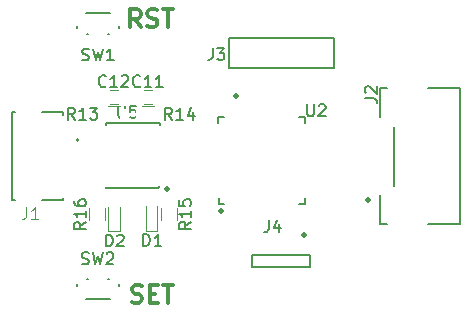
<source format=gto>
G04 #@! TF.GenerationSoftware,KiCad,Pcbnew,(5.1.10)-1*
G04 #@! TF.CreationDate,2021-11-16T23:48:59-08:00*
G04 #@! TF.ProjectId,DigitalFadingLED,44696769-7461-46c4-9661-64696e674c45,rev?*
G04 #@! TF.SameCoordinates,Original*
G04 #@! TF.FileFunction,Legend,Top*
G04 #@! TF.FilePolarity,Positive*
%FSLAX46Y46*%
G04 Gerber Fmt 4.6, Leading zero omitted, Abs format (unit mm)*
G04 Created by KiCad (PCBNEW (5.1.10)-1) date 2021-11-16 23:48:59*
%MOMM*%
%LPD*%
G01*
G04 APERTURE LIST*
%ADD10C,0.300000*%
%ADD11C,0.500000*%
%ADD12C,0.150000*%
%ADD13C,0.120000*%
%ADD14C,0.200000*%
%ADD15C,0.127000*%
%ADD16C,0.121920*%
%ADD17C,0.000100*%
%ADD18R,2.799999X2.100000*%
%ADD19R,1.900000X0.600000*%
%ADD20C,1.000000*%
%ADD21R,1.000000X1.000000*%
%ADD22C,0.100000*%
%ADD23C,0.800000*%
%ADD24R,0.700000X1.100000*%
%ADD25R,1.400000X1.100000*%
%ADD26C,4.399999*%
%ADD27R,0.800000X0.750000*%
%ADD28R,0.800000X0.800000*%
%ADD29O,1.550000X0.775000*%
%ADD30R,1.550000X1.500000*%
%ADD31O,0.650000X1.300000*%
%ADD32R,1.350000X0.400000*%
%ADD33R,0.500000X0.900000*%
%ADD34R,0.900000X0.500000*%
%ADD35R,1.200000X0.500000*%
%ADD36R,0.500000X1.200000*%
%ADD37R,1.500000X0.450000*%
G04 APERTURE END LIST*
D10*
X61059428Y-65046942D02*
X61273714Y-65118371D01*
X61630857Y-65118371D01*
X61773714Y-65046942D01*
X61845142Y-64975514D01*
X61916571Y-64832657D01*
X61916571Y-64689800D01*
X61845142Y-64546942D01*
X61773714Y-64475514D01*
X61630857Y-64404085D01*
X61345142Y-64332657D01*
X61202285Y-64261228D01*
X61130857Y-64189800D01*
X61059428Y-64046942D01*
X61059428Y-63904085D01*
X61130857Y-63761228D01*
X61202285Y-63689800D01*
X61345142Y-63618371D01*
X61702285Y-63618371D01*
X61916571Y-63689800D01*
X62559428Y-64332657D02*
X63059428Y-64332657D01*
X63273714Y-65118371D02*
X62559428Y-65118371D01*
X62559428Y-63618371D01*
X63273714Y-63618371D01*
X63702285Y-63618371D02*
X64559428Y-63618371D01*
X64130857Y-65118371D02*
X64130857Y-63618371D01*
X61802271Y-41763071D02*
X61302271Y-41048785D01*
X60945128Y-41763071D02*
X60945128Y-40263071D01*
X61516557Y-40263071D01*
X61659414Y-40334500D01*
X61730842Y-40405928D01*
X61802271Y-40548785D01*
X61802271Y-40763071D01*
X61730842Y-40905928D01*
X61659414Y-40977357D01*
X61516557Y-41048785D01*
X60945128Y-41048785D01*
X62373700Y-41691642D02*
X62587985Y-41763071D01*
X62945128Y-41763071D01*
X63087985Y-41691642D01*
X63159414Y-41620214D01*
X63230842Y-41477357D01*
X63230842Y-41334500D01*
X63159414Y-41191642D01*
X63087985Y-41120214D01*
X62945128Y-41048785D01*
X62659414Y-40977357D01*
X62516557Y-40905928D01*
X62445128Y-40834500D01*
X62373700Y-40691642D01*
X62373700Y-40548785D01*
X62445128Y-40405928D01*
X62516557Y-40334500D01*
X62659414Y-40263071D01*
X63016557Y-40263071D01*
X63230842Y-40334500D01*
X63659414Y-40263071D02*
X64516557Y-40263071D01*
X64087985Y-41763071D02*
X64087985Y-40263071D01*
D11*
X81089600Y-56399000D02*
G75*
G03*
X81089600Y-56399000I0J0D01*
G01*
D12*
X88839600Y-58449000D02*
X86139600Y-58449000D01*
X88839600Y-46949000D02*
X88839600Y-58449000D01*
X86139600Y-46949000D02*
X88839600Y-46949000D01*
X82089600Y-46949000D02*
X82639600Y-46949000D01*
X82089600Y-49399000D02*
X82089600Y-46949000D01*
X83239600Y-55199000D02*
X83239600Y-50199000D01*
X82089600Y-58449000D02*
X82089600Y-55999000D01*
X82639600Y-58449000D02*
X82089600Y-58449000D01*
X76154280Y-61092080D02*
X76154280Y-62113160D01*
X71254620Y-61092080D02*
X76154280Y-61092080D01*
X71254620Y-62113160D02*
X71254620Y-61092080D01*
X76154280Y-62113160D02*
X71254620Y-62113160D01*
D11*
X75603100Y-59354720D02*
G75*
G03*
X75603100Y-59354720I0J0D01*
G01*
D12*
X59957100Y-41682300D02*
X59957100Y-41872300D01*
X56457100Y-41682300D02*
X56457100Y-41872300D01*
X59047100Y-42332300D02*
X59107100Y-42332300D01*
X57277100Y-42332300D02*
X57337100Y-42332300D01*
X57207100Y-40582300D02*
X59227100Y-40582300D01*
X56454100Y-63727700D02*
X56454100Y-63537700D01*
X59954100Y-63727700D02*
X59954100Y-63537700D01*
X57364100Y-63077700D02*
X57304100Y-63077700D01*
X59134100Y-63077700D02*
X59074100Y-63077700D01*
X59204100Y-64827700D02*
X57184100Y-64827700D01*
D13*
X62083200Y-47088500D02*
X62783200Y-47088500D01*
X62783200Y-48288500D02*
X62083200Y-48288500D01*
X59886900Y-48288500D02*
X59186900Y-48288500D01*
X59186900Y-47088500D02*
X59886900Y-47088500D01*
X62225300Y-59046800D02*
X63225300Y-59046800D01*
X63225300Y-59046800D02*
X63225300Y-56946800D01*
X62225300Y-59046800D02*
X62225300Y-56946800D01*
X59063000Y-59072200D02*
X59063000Y-56972200D01*
X60063000Y-59072200D02*
X60063000Y-56972200D01*
X59063000Y-59072200D02*
X60063000Y-59072200D01*
D14*
X56562100Y-51355000D02*
G75*
G03*
X56562100Y-51355000I-100000J0D01*
G01*
D15*
X50912100Y-49005000D02*
X50912100Y-56405000D01*
X51182100Y-56405000D02*
X50912100Y-56405000D01*
X50912100Y-49005000D02*
X51182100Y-49005000D01*
X55212100Y-56405000D02*
X55212100Y-56225000D01*
X55212100Y-49005000D02*
X55212100Y-49185000D01*
X55212100Y-56405000D02*
X53457100Y-56405000D01*
X55212100Y-49005000D02*
X53457100Y-49005000D01*
D13*
X59049600Y-48469000D02*
X60049600Y-48469000D01*
X60049600Y-49829000D02*
X59049600Y-49829000D01*
X61933900Y-48481700D02*
X62933900Y-48481700D01*
X62933900Y-49841700D02*
X61933900Y-49841700D01*
X63505800Y-58068400D02*
X63505800Y-57068400D01*
X64865800Y-57068400D02*
X64865800Y-58068400D01*
X58757100Y-57069100D02*
X58757100Y-58069100D01*
X57397100Y-58069100D02*
X57397100Y-57069100D01*
D12*
X68413100Y-56245100D02*
X68413100Y-56725100D01*
X68413100Y-56725100D02*
X68883100Y-56725100D01*
D11*
X68623100Y-57315100D02*
G75*
G03*
X68623100Y-57315100I0J0D01*
G01*
D12*
X68873100Y-49405100D02*
X68383100Y-49405100D01*
X68383100Y-49405100D02*
X68383100Y-49875100D01*
X75693100Y-49885100D02*
X75693100Y-49395100D01*
X75693100Y-49395100D02*
X75223100Y-49395100D01*
X75733100Y-56725100D02*
X75733100Y-56255100D01*
X75243100Y-56725100D02*
X75733100Y-56725100D01*
X63408800Y-49894800D02*
X58908800Y-49894800D01*
X63258800Y-55394800D02*
X58908800Y-55394800D01*
D11*
X64058800Y-55494800D02*
G75*
G03*
X64058800Y-55494800I0J0D01*
G01*
D12*
X63258800Y-55394800D02*
X63408800Y-55244800D01*
X63408800Y-50044800D02*
X63408800Y-49894800D01*
X58908800Y-50044800D02*
X58908800Y-49894800D01*
X58908800Y-55294800D02*
X58908800Y-55394800D01*
D11*
X69888100Y-47609760D02*
G75*
G03*
X69888100Y-47609760I0J0D01*
G01*
D12*
X69253100Y-42672000D02*
X69253100Y-45212000D01*
X78143100Y-42672000D02*
X69253100Y-42672000D01*
X78143100Y-45212000D02*
X78143100Y-42672000D01*
X69253100Y-45212000D02*
X78143100Y-45212000D01*
X80791980Y-47782333D02*
X81506266Y-47782333D01*
X81649123Y-47829952D01*
X81744361Y-47925190D01*
X81791980Y-48068047D01*
X81791980Y-48163285D01*
X80887219Y-47353761D02*
X80839600Y-47306142D01*
X80791980Y-47210904D01*
X80791980Y-46972809D01*
X80839600Y-46877571D01*
X80887219Y-46829952D01*
X80982457Y-46782333D01*
X81077695Y-46782333D01*
X81220552Y-46829952D01*
X81791980Y-47401380D01*
X81791980Y-46782333D01*
X72653566Y-58139080D02*
X72653566Y-58853366D01*
X72605947Y-58996223D01*
X72510709Y-59091461D01*
X72367852Y-59139080D01*
X72272614Y-59139080D01*
X73558328Y-58472414D02*
X73558328Y-59139080D01*
X73320233Y-58091461D02*
X73082138Y-58805747D01*
X73701185Y-58805747D01*
X56858066Y-44549961D02*
X57000923Y-44597580D01*
X57239019Y-44597580D01*
X57334257Y-44549961D01*
X57381876Y-44502342D01*
X57429495Y-44407104D01*
X57429495Y-44311866D01*
X57381876Y-44216628D01*
X57334257Y-44169009D01*
X57239019Y-44121390D01*
X57048542Y-44073771D01*
X56953304Y-44026152D01*
X56905685Y-43978533D01*
X56858066Y-43883295D01*
X56858066Y-43788057D01*
X56905685Y-43692819D01*
X56953304Y-43645200D01*
X57048542Y-43597580D01*
X57286638Y-43597580D01*
X57429495Y-43645200D01*
X57762828Y-43597580D02*
X58000923Y-44597580D01*
X58191400Y-43883295D01*
X58381876Y-44597580D01*
X58619971Y-43597580D01*
X59524733Y-44597580D02*
X58953304Y-44597580D01*
X59239019Y-44597580D02*
X59239019Y-43597580D01*
X59143780Y-43740438D01*
X59048542Y-43835676D01*
X58953304Y-43883295D01*
X56832666Y-61809261D02*
X56975523Y-61856880D01*
X57213619Y-61856880D01*
X57308857Y-61809261D01*
X57356476Y-61761642D01*
X57404095Y-61666404D01*
X57404095Y-61571166D01*
X57356476Y-61475928D01*
X57308857Y-61428309D01*
X57213619Y-61380690D01*
X57023142Y-61333071D01*
X56927904Y-61285452D01*
X56880285Y-61237833D01*
X56832666Y-61142595D01*
X56832666Y-61047357D01*
X56880285Y-60952119D01*
X56927904Y-60904500D01*
X57023142Y-60856880D01*
X57261238Y-60856880D01*
X57404095Y-60904500D01*
X57737428Y-60856880D02*
X57975523Y-61856880D01*
X58166000Y-61142595D01*
X58356476Y-61856880D01*
X58594571Y-60856880D01*
X58927904Y-60952119D02*
X58975523Y-60904500D01*
X59070761Y-60856880D01*
X59308857Y-60856880D01*
X59404095Y-60904500D01*
X59451714Y-60952119D01*
X59499333Y-61047357D01*
X59499333Y-61142595D01*
X59451714Y-61285452D01*
X58880285Y-61856880D01*
X59499333Y-61856880D01*
X61764942Y-46762942D02*
X61717323Y-46810561D01*
X61574466Y-46858180D01*
X61479228Y-46858180D01*
X61336371Y-46810561D01*
X61241133Y-46715323D01*
X61193514Y-46620085D01*
X61145895Y-46429609D01*
X61145895Y-46286752D01*
X61193514Y-46096276D01*
X61241133Y-46001038D01*
X61336371Y-45905800D01*
X61479228Y-45858180D01*
X61574466Y-45858180D01*
X61717323Y-45905800D01*
X61764942Y-45953419D01*
X62717323Y-46858180D02*
X62145895Y-46858180D01*
X62431609Y-46858180D02*
X62431609Y-45858180D01*
X62336371Y-46001038D01*
X62241133Y-46096276D01*
X62145895Y-46143895D01*
X63669704Y-46858180D02*
X63098276Y-46858180D01*
X63383990Y-46858180D02*
X63383990Y-45858180D01*
X63288752Y-46001038D01*
X63193514Y-46096276D01*
X63098276Y-46143895D01*
X58869342Y-46762942D02*
X58821723Y-46810561D01*
X58678866Y-46858180D01*
X58583628Y-46858180D01*
X58440771Y-46810561D01*
X58345533Y-46715323D01*
X58297914Y-46620085D01*
X58250295Y-46429609D01*
X58250295Y-46286752D01*
X58297914Y-46096276D01*
X58345533Y-46001038D01*
X58440771Y-45905800D01*
X58583628Y-45858180D01*
X58678866Y-45858180D01*
X58821723Y-45905800D01*
X58869342Y-45953419D01*
X59821723Y-46858180D02*
X59250295Y-46858180D01*
X59536009Y-46858180D02*
X59536009Y-45858180D01*
X59440771Y-46001038D01*
X59345533Y-46096276D01*
X59250295Y-46143895D01*
X60202676Y-45953419D02*
X60250295Y-45905800D01*
X60345533Y-45858180D01*
X60583628Y-45858180D01*
X60678866Y-45905800D01*
X60726485Y-45953419D01*
X60774104Y-46048657D01*
X60774104Y-46143895D01*
X60726485Y-46286752D01*
X60155057Y-46858180D01*
X60774104Y-46858180D01*
X62025304Y-60307480D02*
X62025304Y-59307480D01*
X62263400Y-59307480D01*
X62406257Y-59355100D01*
X62501495Y-59450338D01*
X62549114Y-59545576D01*
X62596733Y-59736052D01*
X62596733Y-59878909D01*
X62549114Y-60069385D01*
X62501495Y-60164623D01*
X62406257Y-60259861D01*
X62263400Y-60307480D01*
X62025304Y-60307480D01*
X63549114Y-60307480D02*
X62977685Y-60307480D01*
X63263400Y-60307480D02*
X63263400Y-59307480D01*
X63168161Y-59450338D01*
X63072923Y-59545576D01*
X62977685Y-59593195D01*
X58850304Y-60345580D02*
X58850304Y-59345580D01*
X59088400Y-59345580D01*
X59231257Y-59393200D01*
X59326495Y-59488438D01*
X59374114Y-59583676D01*
X59421733Y-59774152D01*
X59421733Y-59917009D01*
X59374114Y-60107485D01*
X59326495Y-60202723D01*
X59231257Y-60297961D01*
X59088400Y-60345580D01*
X58850304Y-60345580D01*
X59802685Y-59440819D02*
X59850304Y-59393200D01*
X59945542Y-59345580D01*
X60183638Y-59345580D01*
X60278876Y-59393200D01*
X60326495Y-59440819D01*
X60374114Y-59536057D01*
X60374114Y-59631295D01*
X60326495Y-59774152D01*
X59755066Y-60345580D01*
X60374114Y-60345580D01*
D16*
X52117349Y-57020959D02*
X52117349Y-57735925D01*
X52069684Y-57878918D01*
X51974355Y-57974247D01*
X51831362Y-58021912D01*
X51736033Y-58021912D01*
X53118302Y-58021912D02*
X52546328Y-58021912D01*
X52832315Y-58021912D02*
X52832315Y-57020959D01*
X52736986Y-57163952D01*
X52641657Y-57259281D01*
X52546328Y-57306945D01*
D12*
X56240442Y-49601380D02*
X55907109Y-49125190D01*
X55669014Y-49601380D02*
X55669014Y-48601380D01*
X56049966Y-48601380D01*
X56145204Y-48649000D01*
X56192823Y-48696619D01*
X56240442Y-48791857D01*
X56240442Y-48934714D01*
X56192823Y-49029952D01*
X56145204Y-49077571D01*
X56049966Y-49125190D01*
X55669014Y-49125190D01*
X57192823Y-49601380D02*
X56621395Y-49601380D01*
X56907109Y-49601380D02*
X56907109Y-48601380D01*
X56811871Y-48744238D01*
X56716633Y-48839476D01*
X56621395Y-48887095D01*
X57526157Y-48601380D02*
X58145204Y-48601380D01*
X57811871Y-48982333D01*
X57954728Y-48982333D01*
X58049966Y-49029952D01*
X58097585Y-49077571D01*
X58145204Y-49172809D01*
X58145204Y-49410904D01*
X58097585Y-49506142D01*
X58049966Y-49553761D01*
X57954728Y-49601380D01*
X57669014Y-49601380D01*
X57573776Y-49553761D01*
X57526157Y-49506142D01*
X64457342Y-49626780D02*
X64124009Y-49150590D01*
X63885914Y-49626780D02*
X63885914Y-48626780D01*
X64266866Y-48626780D01*
X64362104Y-48674400D01*
X64409723Y-48722019D01*
X64457342Y-48817257D01*
X64457342Y-48960114D01*
X64409723Y-49055352D01*
X64362104Y-49102971D01*
X64266866Y-49150590D01*
X63885914Y-49150590D01*
X65409723Y-49626780D02*
X64838295Y-49626780D01*
X65124009Y-49626780D02*
X65124009Y-48626780D01*
X65028771Y-48769638D01*
X64933533Y-48864876D01*
X64838295Y-48912495D01*
X66266866Y-48960114D02*
X66266866Y-49626780D01*
X66028771Y-48579161D02*
X65790676Y-49293447D01*
X66409723Y-49293447D01*
X66047880Y-58262757D02*
X65571690Y-58596090D01*
X66047880Y-58834185D02*
X65047880Y-58834185D01*
X65047880Y-58453233D01*
X65095500Y-58357995D01*
X65143119Y-58310376D01*
X65238357Y-58262757D01*
X65381214Y-58262757D01*
X65476452Y-58310376D01*
X65524071Y-58357995D01*
X65571690Y-58453233D01*
X65571690Y-58834185D01*
X66047880Y-57310376D02*
X66047880Y-57881804D01*
X66047880Y-57596090D02*
X65047880Y-57596090D01*
X65190738Y-57691328D01*
X65285976Y-57786566D01*
X65333595Y-57881804D01*
X65047880Y-56405614D02*
X65047880Y-56881804D01*
X65524071Y-56929423D01*
X65476452Y-56881804D01*
X65428833Y-56786566D01*
X65428833Y-56548471D01*
X65476452Y-56453233D01*
X65524071Y-56405614D01*
X65619309Y-56357995D01*
X65857404Y-56357995D01*
X65952642Y-56405614D01*
X66000261Y-56453233D01*
X66047880Y-56548471D01*
X66047880Y-56786566D01*
X66000261Y-56881804D01*
X65952642Y-56929423D01*
X57157880Y-58275457D02*
X56681690Y-58608790D01*
X57157880Y-58846885D02*
X56157880Y-58846885D01*
X56157880Y-58465933D01*
X56205500Y-58370695D01*
X56253119Y-58323076D01*
X56348357Y-58275457D01*
X56491214Y-58275457D01*
X56586452Y-58323076D01*
X56634071Y-58370695D01*
X56681690Y-58465933D01*
X56681690Y-58846885D01*
X57157880Y-57323076D02*
X57157880Y-57894504D01*
X57157880Y-57608790D02*
X56157880Y-57608790D01*
X56300738Y-57704028D01*
X56395976Y-57799266D01*
X56443595Y-57894504D01*
X56157880Y-56465933D02*
X56157880Y-56656409D01*
X56205500Y-56751647D01*
X56253119Y-56799266D01*
X56395976Y-56894504D01*
X56586452Y-56942123D01*
X56967404Y-56942123D01*
X57062642Y-56894504D01*
X57110261Y-56846885D01*
X57157880Y-56751647D01*
X57157880Y-56561171D01*
X57110261Y-56465933D01*
X57062642Y-56418314D01*
X56967404Y-56370695D01*
X56729309Y-56370695D01*
X56634071Y-56418314D01*
X56586452Y-56465933D01*
X56538833Y-56561171D01*
X56538833Y-56751647D01*
X56586452Y-56846885D01*
X56634071Y-56894504D01*
X56729309Y-56942123D01*
X75895295Y-48321980D02*
X75895295Y-49131504D01*
X75942914Y-49226742D01*
X75990533Y-49274361D01*
X76085771Y-49321980D01*
X76276247Y-49321980D01*
X76371485Y-49274361D01*
X76419104Y-49226742D01*
X76466723Y-49131504D01*
X76466723Y-48321980D01*
X76895295Y-48417219D02*
X76942914Y-48369600D01*
X77038152Y-48321980D01*
X77276247Y-48321980D01*
X77371485Y-48369600D01*
X77419104Y-48417219D01*
X77466723Y-48512457D01*
X77466723Y-48607695D01*
X77419104Y-48750552D01*
X76847676Y-49321980D01*
X77466723Y-49321980D01*
X59896895Y-48447180D02*
X59896895Y-49256704D01*
X59944514Y-49351942D01*
X59992133Y-49399561D01*
X60087371Y-49447180D01*
X60277847Y-49447180D01*
X60373085Y-49399561D01*
X60420704Y-49351942D01*
X60468323Y-49256704D01*
X60468323Y-48447180D01*
X61420704Y-48447180D02*
X60944514Y-48447180D01*
X60896895Y-48923371D01*
X60944514Y-48875752D01*
X61039752Y-48828133D01*
X61277847Y-48828133D01*
X61373085Y-48875752D01*
X61420704Y-48923371D01*
X61468323Y-49018609D01*
X61468323Y-49256704D01*
X61420704Y-49351942D01*
X61373085Y-49399561D01*
X61277847Y-49447180D01*
X61039752Y-49447180D01*
X60944514Y-49399561D01*
X60896895Y-49351942D01*
X67891066Y-43559480D02*
X67891066Y-44273766D01*
X67843447Y-44416623D01*
X67748209Y-44511861D01*
X67605352Y-44559480D01*
X67510114Y-44559480D01*
X68272019Y-43559480D02*
X68891066Y-43559480D01*
X68557733Y-43940433D01*
X68700590Y-43940433D01*
X68795828Y-43988052D01*
X68843447Y-44035671D01*
X68891066Y-44130909D01*
X68891066Y-44369004D01*
X68843447Y-44464242D01*
X68795828Y-44511861D01*
X68700590Y-44559480D01*
X68414876Y-44559480D01*
X68319638Y-44511861D01*
X68272019Y-44464242D01*
%LPC*%
D17*
G36*
X51487100Y-56305000D02*
G01*
X51487100Y-54905000D01*
X53237100Y-54905000D01*
X53237100Y-56305000D01*
X53236415Y-56331168D01*
X53234361Y-56357264D01*
X53230944Y-56383217D01*
X53226174Y-56408956D01*
X53220063Y-56434410D01*
X53212628Y-56459508D01*
X53203890Y-56484184D01*
X53193873Y-56508368D01*
X53182603Y-56531995D01*
X53170113Y-56555000D01*
X53156435Y-56577320D01*
X53141608Y-56598893D01*
X53125673Y-56619660D01*
X53108672Y-56639565D01*
X53090653Y-56658553D01*
X53071665Y-56676572D01*
X53051760Y-56693573D01*
X53030993Y-56709508D01*
X53009420Y-56724335D01*
X52987100Y-56738013D01*
X52964095Y-56750503D01*
X52940468Y-56761773D01*
X52916284Y-56771790D01*
X52891608Y-56780528D01*
X52866510Y-56787963D01*
X52841056Y-56794074D01*
X52815317Y-56798844D01*
X52789364Y-56802261D01*
X52763268Y-56804315D01*
X52737100Y-56805000D01*
X51987100Y-56805000D01*
X51960932Y-56804315D01*
X51934836Y-56802261D01*
X51908883Y-56798844D01*
X51883144Y-56794074D01*
X51857690Y-56787963D01*
X51832592Y-56780528D01*
X51807916Y-56771790D01*
X51783732Y-56761773D01*
X51760105Y-56750503D01*
X51737100Y-56738013D01*
X51714780Y-56724335D01*
X51693207Y-56709508D01*
X51672440Y-56693573D01*
X51652535Y-56676572D01*
X51633547Y-56658553D01*
X51615528Y-56639565D01*
X51598527Y-56619660D01*
X51582592Y-56598893D01*
X51567765Y-56577320D01*
X51554087Y-56555000D01*
X51541597Y-56531995D01*
X51530327Y-56508368D01*
X51520310Y-56484184D01*
X51511572Y-56459508D01*
X51504137Y-56434410D01*
X51498026Y-56408956D01*
X51493256Y-56383217D01*
X51489839Y-56357264D01*
X51487785Y-56331168D01*
X51487100Y-56305000D01*
G37*
X51487100Y-56305000D02*
X51487100Y-54905000D01*
X53237100Y-54905000D01*
X53237100Y-56305000D01*
X53236415Y-56331168D01*
X53234361Y-56357264D01*
X53230944Y-56383217D01*
X53226174Y-56408956D01*
X53220063Y-56434410D01*
X53212628Y-56459508D01*
X53203890Y-56484184D01*
X53193873Y-56508368D01*
X53182603Y-56531995D01*
X53170113Y-56555000D01*
X53156435Y-56577320D01*
X53141608Y-56598893D01*
X53125673Y-56619660D01*
X53108672Y-56639565D01*
X53090653Y-56658553D01*
X53071665Y-56676572D01*
X53051760Y-56693573D01*
X53030993Y-56709508D01*
X53009420Y-56724335D01*
X52987100Y-56738013D01*
X52964095Y-56750503D01*
X52940468Y-56761773D01*
X52916284Y-56771790D01*
X52891608Y-56780528D01*
X52866510Y-56787963D01*
X52841056Y-56794074D01*
X52815317Y-56798844D01*
X52789364Y-56802261D01*
X52763268Y-56804315D01*
X52737100Y-56805000D01*
X51987100Y-56805000D01*
X51960932Y-56804315D01*
X51934836Y-56802261D01*
X51908883Y-56798844D01*
X51883144Y-56794074D01*
X51857690Y-56787963D01*
X51832592Y-56780528D01*
X51807916Y-56771790D01*
X51783732Y-56761773D01*
X51760105Y-56750503D01*
X51737100Y-56738013D01*
X51714780Y-56724335D01*
X51693207Y-56709508D01*
X51672440Y-56693573D01*
X51652535Y-56676572D01*
X51633547Y-56658553D01*
X51615528Y-56639565D01*
X51598527Y-56619660D01*
X51582592Y-56598893D01*
X51567765Y-56577320D01*
X51554087Y-56555000D01*
X51541597Y-56531995D01*
X51530327Y-56508368D01*
X51520310Y-56484184D01*
X51511572Y-56459508D01*
X51504137Y-56434410D01*
X51498026Y-56408956D01*
X51493256Y-56383217D01*
X51489839Y-56357264D01*
X51487785Y-56331168D01*
X51487100Y-56305000D01*
G36*
X53237100Y-49105000D02*
G01*
X53237100Y-50505000D01*
X51487100Y-50505000D01*
X51487100Y-49105000D01*
X51487785Y-49078832D01*
X51489839Y-49052736D01*
X51493256Y-49026783D01*
X51498026Y-49001044D01*
X51504137Y-48975590D01*
X51511572Y-48950492D01*
X51520310Y-48925816D01*
X51530327Y-48901632D01*
X51541597Y-48878005D01*
X51554087Y-48855000D01*
X51567765Y-48832680D01*
X51582592Y-48811107D01*
X51598527Y-48790340D01*
X51615528Y-48770435D01*
X51633547Y-48751447D01*
X51652535Y-48733428D01*
X51672440Y-48716427D01*
X51693207Y-48700492D01*
X51714780Y-48685665D01*
X51737100Y-48671987D01*
X51760105Y-48659497D01*
X51783732Y-48648227D01*
X51807916Y-48638210D01*
X51832592Y-48629472D01*
X51857690Y-48622037D01*
X51883144Y-48615926D01*
X51908883Y-48611156D01*
X51934836Y-48607739D01*
X51960932Y-48605685D01*
X51987100Y-48605000D01*
X52737100Y-48605000D01*
X52763268Y-48605685D01*
X52789364Y-48607739D01*
X52815317Y-48611156D01*
X52841056Y-48615926D01*
X52866510Y-48622037D01*
X52891608Y-48629472D01*
X52916284Y-48638210D01*
X52940468Y-48648227D01*
X52964095Y-48659497D01*
X52987100Y-48671987D01*
X53009420Y-48685665D01*
X53030993Y-48700492D01*
X53051760Y-48716427D01*
X53071665Y-48733428D01*
X53090653Y-48751447D01*
X53108672Y-48770435D01*
X53125673Y-48790340D01*
X53141608Y-48811107D01*
X53156435Y-48832680D01*
X53170113Y-48855000D01*
X53182603Y-48878005D01*
X53193873Y-48901632D01*
X53203890Y-48925816D01*
X53212628Y-48950492D01*
X53220063Y-48975590D01*
X53226174Y-49001044D01*
X53230944Y-49026783D01*
X53234361Y-49052736D01*
X53236415Y-49078832D01*
X53237100Y-49105000D01*
G37*
X53237100Y-49105000D02*
X53237100Y-50505000D01*
X51487100Y-50505000D01*
X51487100Y-49105000D01*
X51487785Y-49078832D01*
X51489839Y-49052736D01*
X51493256Y-49026783D01*
X51498026Y-49001044D01*
X51504137Y-48975590D01*
X51511572Y-48950492D01*
X51520310Y-48925816D01*
X51530327Y-48901632D01*
X51541597Y-48878005D01*
X51554087Y-48855000D01*
X51567765Y-48832680D01*
X51582592Y-48811107D01*
X51598527Y-48790340D01*
X51615528Y-48770435D01*
X51633547Y-48751447D01*
X51652535Y-48733428D01*
X51672440Y-48716427D01*
X51693207Y-48700492D01*
X51714780Y-48685665D01*
X51737100Y-48671987D01*
X51760105Y-48659497D01*
X51783732Y-48648227D01*
X51807916Y-48638210D01*
X51832592Y-48629472D01*
X51857690Y-48622037D01*
X51883144Y-48615926D01*
X51908883Y-48611156D01*
X51934836Y-48607739D01*
X51960932Y-48605685D01*
X51987100Y-48605000D01*
X52737100Y-48605000D01*
X52763268Y-48605685D01*
X52789364Y-48607739D01*
X52815317Y-48611156D01*
X52841056Y-48615926D01*
X52866510Y-48622037D01*
X52891608Y-48629472D01*
X52916284Y-48638210D01*
X52940468Y-48648227D01*
X52964095Y-48659497D01*
X52987100Y-48671987D01*
X53009420Y-48685665D01*
X53030993Y-48700492D01*
X53051760Y-48716427D01*
X53071665Y-48733428D01*
X53090653Y-48751447D01*
X53108672Y-48770435D01*
X53125673Y-48790340D01*
X53141608Y-48811107D01*
X53156435Y-48832680D01*
X53170113Y-48855000D01*
X53182603Y-48878005D01*
X53193873Y-48901632D01*
X53203890Y-48925816D01*
X53212628Y-48950492D01*
X53220063Y-48975590D01*
X53226174Y-49001044D01*
X53230944Y-49026783D01*
X53234361Y-49052736D01*
X53236415Y-49078832D01*
X53237100Y-49105000D01*
D18*
X84239600Y-47049000D03*
X84239600Y-58349000D03*
D19*
X81889600Y-55199000D03*
X81889600Y-50199000D03*
X81889600Y-51199000D03*
X81889600Y-52199000D03*
X81889600Y-53199000D03*
X81889600Y-54199000D03*
D20*
X71793100Y-60358020D03*
X73063100Y-60358020D03*
X74333100Y-60358020D03*
D21*
X75603100Y-60358020D03*
D22*
G36*
X60537100Y-41587300D02*
G01*
X60002100Y-41587300D01*
X60002100Y-41585304D01*
X59978408Y-41582971D01*
X59939908Y-41575313D01*
X59902344Y-41563918D01*
X59866078Y-41548896D01*
X59831459Y-41530391D01*
X59798820Y-41508583D01*
X59768476Y-41483680D01*
X59740720Y-41455924D01*
X59715817Y-41425580D01*
X59694009Y-41392941D01*
X59675504Y-41358322D01*
X59660482Y-41322056D01*
X59649087Y-41284492D01*
X59641429Y-41245992D01*
X59637582Y-41206927D01*
X59637582Y-41187300D01*
X59637100Y-41187300D01*
X59637100Y-40887300D01*
X59387100Y-40887300D01*
X59387100Y-40237300D01*
X60537100Y-40237300D01*
X60537100Y-41587300D01*
G37*
G36*
X57027100Y-40887300D02*
G01*
X56777100Y-40887300D01*
X56777100Y-41187300D01*
X56776618Y-41187300D01*
X56776618Y-41206927D01*
X56772771Y-41245992D01*
X56765113Y-41284492D01*
X56753718Y-41322056D01*
X56738696Y-41358322D01*
X56720191Y-41392941D01*
X56698383Y-41425580D01*
X56673480Y-41455924D01*
X56645724Y-41483680D01*
X56615380Y-41508583D01*
X56582741Y-41530391D01*
X56548122Y-41548896D01*
X56511856Y-41563918D01*
X56474292Y-41575313D01*
X56435792Y-41582971D01*
X56412100Y-41585304D01*
X56412100Y-41587300D01*
X55877100Y-41587300D01*
X55877100Y-40237300D01*
X57027100Y-40237300D01*
X57027100Y-40887300D01*
G37*
D23*
X60037100Y-41182300D03*
X56377100Y-41182300D03*
D24*
X59607100Y-42532300D03*
D25*
X58207100Y-42682300D03*
D24*
X56807100Y-42532300D03*
D22*
G36*
X55874100Y-63822700D02*
G01*
X56409100Y-63822700D01*
X56409100Y-63824696D01*
X56432792Y-63827029D01*
X56471292Y-63834687D01*
X56508856Y-63846082D01*
X56545122Y-63861104D01*
X56579741Y-63879609D01*
X56612380Y-63901417D01*
X56642724Y-63926320D01*
X56670480Y-63954076D01*
X56695383Y-63984420D01*
X56717191Y-64017059D01*
X56735696Y-64051678D01*
X56750718Y-64087944D01*
X56762113Y-64125508D01*
X56769771Y-64164008D01*
X56773618Y-64203073D01*
X56773618Y-64222700D01*
X56774100Y-64222700D01*
X56774100Y-64522700D01*
X57024100Y-64522700D01*
X57024100Y-65172700D01*
X55874100Y-65172700D01*
X55874100Y-63822700D01*
G37*
G36*
X59384100Y-64522700D02*
G01*
X59634100Y-64522700D01*
X59634100Y-64222700D01*
X59634582Y-64222700D01*
X59634582Y-64203073D01*
X59638429Y-64164008D01*
X59646087Y-64125508D01*
X59657482Y-64087944D01*
X59672504Y-64051678D01*
X59691009Y-64017059D01*
X59712817Y-63984420D01*
X59737720Y-63954076D01*
X59765476Y-63926320D01*
X59795820Y-63901417D01*
X59828459Y-63879609D01*
X59863078Y-63861104D01*
X59899344Y-63846082D01*
X59936908Y-63834687D01*
X59975408Y-63827029D01*
X59999100Y-63824696D01*
X59999100Y-63822700D01*
X60534100Y-63822700D01*
X60534100Y-65172700D01*
X59384100Y-65172700D01*
X59384100Y-64522700D01*
G37*
D23*
X56374100Y-64227700D03*
X60034100Y-64227700D03*
D24*
X56804100Y-62877700D03*
D25*
X58204100Y-62727700D03*
D24*
X59604100Y-62877700D03*
D26*
X86448900Y-42506900D03*
X86448900Y-62903100D03*
X53340000Y-62903100D03*
X53340000Y-42506900D03*
D27*
X61683200Y-47688500D03*
X63183200Y-47688500D03*
X60286900Y-47688500D03*
X58786900Y-47688500D03*
D28*
X62725300Y-56946800D03*
X62725300Y-58546800D03*
X59563000Y-58572200D03*
X59563000Y-56972200D03*
D29*
X52362100Y-56205000D03*
D30*
X52362100Y-53705000D03*
X52362100Y-51705000D03*
D29*
X52362100Y-49205000D03*
D31*
X55062100Y-55205000D03*
X55062100Y-50205000D03*
D32*
X55062100Y-54005000D03*
X55062100Y-53355000D03*
X55062100Y-52705000D03*
X55062100Y-52055000D03*
X55062100Y-51405000D03*
D33*
X60299600Y-49149000D03*
X58799600Y-49149000D03*
X63183900Y-49161700D03*
X61683900Y-49161700D03*
D34*
X64185800Y-56818400D03*
X64185800Y-58318400D03*
X58077100Y-58319100D03*
X58077100Y-56819100D03*
D35*
X67803100Y-50265100D03*
X67803100Y-51065100D03*
X67803100Y-51865100D03*
X67803100Y-52665100D03*
X67803100Y-53465100D03*
X67803100Y-54265100D03*
X67803100Y-55065100D03*
X67803100Y-55865100D03*
D36*
X69253100Y-48815100D03*
X70053100Y-48815100D03*
X70853100Y-48815100D03*
X71653100Y-48815100D03*
X72453100Y-48815100D03*
X73253100Y-48815100D03*
X74053100Y-48815100D03*
X74853100Y-48815100D03*
X74853100Y-57315100D03*
X74053100Y-57315100D03*
X73253100Y-57315100D03*
X72453100Y-57315100D03*
X71653100Y-57315100D03*
X70853100Y-57315100D03*
X70053100Y-57315100D03*
X69253100Y-57315100D03*
D35*
X76303100Y-53465100D03*
X76303100Y-50265100D03*
X76303100Y-51865100D03*
X76303100Y-52665100D03*
X76303100Y-51065100D03*
X76303100Y-55865100D03*
X76303100Y-55065100D03*
X76303100Y-54265100D03*
D37*
X64058800Y-54914800D03*
X64058800Y-54264800D03*
X64058800Y-53614800D03*
X64058800Y-52964800D03*
X64058800Y-52314800D03*
X64058800Y-51664800D03*
X64058800Y-51014800D03*
X64058800Y-50374800D03*
X58258800Y-50374800D03*
X58258800Y-51034800D03*
X58258800Y-51694800D03*
X58258800Y-52354800D03*
X58258800Y-53004800D03*
X58258800Y-53654800D03*
X58258800Y-54314800D03*
X58258800Y-54964800D03*
D21*
X69888100Y-46736000D03*
D20*
X71158100Y-46736000D03*
X72428100Y-46736000D03*
X73698100Y-46736000D03*
X74968100Y-46736000D03*
X76238100Y-46736000D03*
X77508100Y-46736000D03*
M02*

</source>
